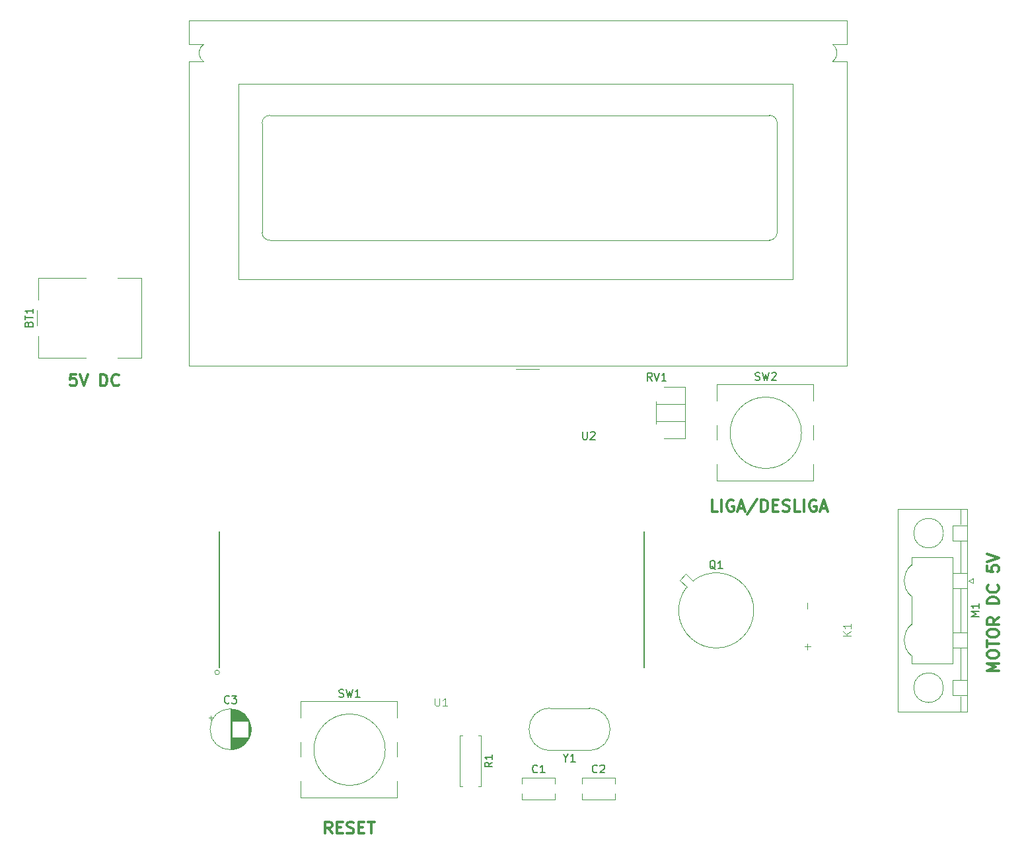
<source format=gbr>
%TF.GenerationSoftware,KiCad,Pcbnew,7.0.9-7.0.9~ubuntu22.04.1*%
%TF.CreationDate,2023-12-15T15:57:02-03:00*%
%TF.ProjectId,Controle_Motor_DC,436f6e74-726f-46c6-955f-4d6f746f725f,V01*%
%TF.SameCoordinates,Original*%
%TF.FileFunction,Legend,Top*%
%TF.FilePolarity,Positive*%
%FSLAX46Y46*%
G04 Gerber Fmt 4.6, Leading zero omitted, Abs format (unit mm)*
G04 Created by KiCad (PCBNEW 7.0.9-7.0.9~ubuntu22.04.1) date 2023-12-15 15:57:02*
%MOMM*%
%LPD*%
G01*
G04 APERTURE LIST*
%ADD10C,0.300000*%
%ADD11C,0.150000*%
%ADD12C,0.100000*%
%ADD13C,0.120000*%
%ADD14C,0.200000*%
G04 APERTURE END LIST*
D10*
X77976796Y-78920428D02*
X77262510Y-78920428D01*
X77262510Y-78920428D02*
X77191082Y-79634714D01*
X77191082Y-79634714D02*
X77262510Y-79563285D01*
X77262510Y-79563285D02*
X77405368Y-79491857D01*
X77405368Y-79491857D02*
X77762510Y-79491857D01*
X77762510Y-79491857D02*
X77905368Y-79563285D01*
X77905368Y-79563285D02*
X77976796Y-79634714D01*
X77976796Y-79634714D02*
X78048225Y-79777571D01*
X78048225Y-79777571D02*
X78048225Y-80134714D01*
X78048225Y-80134714D02*
X77976796Y-80277571D01*
X77976796Y-80277571D02*
X77905368Y-80349000D01*
X77905368Y-80349000D02*
X77762510Y-80420428D01*
X77762510Y-80420428D02*
X77405368Y-80420428D01*
X77405368Y-80420428D02*
X77262510Y-80349000D01*
X77262510Y-80349000D02*
X77191082Y-80277571D01*
X78476796Y-78920428D02*
X78976796Y-80420428D01*
X78976796Y-80420428D02*
X79476796Y-78920428D01*
X81119652Y-80420428D02*
X81119652Y-78920428D01*
X81119652Y-78920428D02*
X81476795Y-78920428D01*
X81476795Y-78920428D02*
X81691081Y-78991857D01*
X81691081Y-78991857D02*
X81833938Y-79134714D01*
X81833938Y-79134714D02*
X81905367Y-79277571D01*
X81905367Y-79277571D02*
X81976795Y-79563285D01*
X81976795Y-79563285D02*
X81976795Y-79777571D01*
X81976795Y-79777571D02*
X81905367Y-80063285D01*
X81905367Y-80063285D02*
X81833938Y-80206142D01*
X81833938Y-80206142D02*
X81691081Y-80349000D01*
X81691081Y-80349000D02*
X81476795Y-80420428D01*
X81476795Y-80420428D02*
X81119652Y-80420428D01*
X83476795Y-80277571D02*
X83405367Y-80349000D01*
X83405367Y-80349000D02*
X83191081Y-80420428D01*
X83191081Y-80420428D02*
X83048224Y-80420428D01*
X83048224Y-80420428D02*
X82833938Y-80349000D01*
X82833938Y-80349000D02*
X82691081Y-80206142D01*
X82691081Y-80206142D02*
X82619652Y-80063285D01*
X82619652Y-80063285D02*
X82548224Y-79777571D01*
X82548224Y-79777571D02*
X82548224Y-79563285D01*
X82548224Y-79563285D02*
X82619652Y-79277571D01*
X82619652Y-79277571D02*
X82691081Y-79134714D01*
X82691081Y-79134714D02*
X82833938Y-78991857D01*
X82833938Y-78991857D02*
X83048224Y-78920428D01*
X83048224Y-78920428D02*
X83191081Y-78920428D01*
X83191081Y-78920428D02*
X83405367Y-78991857D01*
X83405367Y-78991857D02*
X83476795Y-79063285D01*
X196244428Y-116996689D02*
X194744428Y-116996689D01*
X194744428Y-116996689D02*
X195815857Y-116496689D01*
X195815857Y-116496689D02*
X194744428Y-115996689D01*
X194744428Y-115996689D02*
X196244428Y-115996689D01*
X194744428Y-114996688D02*
X194744428Y-114710974D01*
X194744428Y-114710974D02*
X194815857Y-114568117D01*
X194815857Y-114568117D02*
X194958714Y-114425260D01*
X194958714Y-114425260D02*
X195244428Y-114353831D01*
X195244428Y-114353831D02*
X195744428Y-114353831D01*
X195744428Y-114353831D02*
X196030142Y-114425260D01*
X196030142Y-114425260D02*
X196173000Y-114568117D01*
X196173000Y-114568117D02*
X196244428Y-114710974D01*
X196244428Y-114710974D02*
X196244428Y-114996688D01*
X196244428Y-114996688D02*
X196173000Y-115139546D01*
X196173000Y-115139546D02*
X196030142Y-115282403D01*
X196030142Y-115282403D02*
X195744428Y-115353831D01*
X195744428Y-115353831D02*
X195244428Y-115353831D01*
X195244428Y-115353831D02*
X194958714Y-115282403D01*
X194958714Y-115282403D02*
X194815857Y-115139546D01*
X194815857Y-115139546D02*
X194744428Y-114996688D01*
X194744428Y-113925259D02*
X194744428Y-113068117D01*
X196244428Y-113496688D02*
X194744428Y-113496688D01*
X194744428Y-112282402D02*
X194744428Y-111996688D01*
X194744428Y-111996688D02*
X194815857Y-111853831D01*
X194815857Y-111853831D02*
X194958714Y-111710974D01*
X194958714Y-111710974D02*
X195244428Y-111639545D01*
X195244428Y-111639545D02*
X195744428Y-111639545D01*
X195744428Y-111639545D02*
X196030142Y-111710974D01*
X196030142Y-111710974D02*
X196173000Y-111853831D01*
X196173000Y-111853831D02*
X196244428Y-111996688D01*
X196244428Y-111996688D02*
X196244428Y-112282402D01*
X196244428Y-112282402D02*
X196173000Y-112425260D01*
X196173000Y-112425260D02*
X196030142Y-112568117D01*
X196030142Y-112568117D02*
X195744428Y-112639545D01*
X195744428Y-112639545D02*
X195244428Y-112639545D01*
X195244428Y-112639545D02*
X194958714Y-112568117D01*
X194958714Y-112568117D02*
X194815857Y-112425260D01*
X194815857Y-112425260D02*
X194744428Y-112282402D01*
X196244428Y-110139545D02*
X195530142Y-110639545D01*
X196244428Y-110996688D02*
X194744428Y-110996688D01*
X194744428Y-110996688D02*
X194744428Y-110425259D01*
X194744428Y-110425259D02*
X194815857Y-110282402D01*
X194815857Y-110282402D02*
X194887285Y-110210973D01*
X194887285Y-110210973D02*
X195030142Y-110139545D01*
X195030142Y-110139545D02*
X195244428Y-110139545D01*
X195244428Y-110139545D02*
X195387285Y-110210973D01*
X195387285Y-110210973D02*
X195458714Y-110282402D01*
X195458714Y-110282402D02*
X195530142Y-110425259D01*
X195530142Y-110425259D02*
X195530142Y-110996688D01*
X196244428Y-108353831D02*
X194744428Y-108353831D01*
X194744428Y-108353831D02*
X194744428Y-107996688D01*
X194744428Y-107996688D02*
X194815857Y-107782402D01*
X194815857Y-107782402D02*
X194958714Y-107639545D01*
X194958714Y-107639545D02*
X195101571Y-107568116D01*
X195101571Y-107568116D02*
X195387285Y-107496688D01*
X195387285Y-107496688D02*
X195601571Y-107496688D01*
X195601571Y-107496688D02*
X195887285Y-107568116D01*
X195887285Y-107568116D02*
X196030142Y-107639545D01*
X196030142Y-107639545D02*
X196173000Y-107782402D01*
X196173000Y-107782402D02*
X196244428Y-107996688D01*
X196244428Y-107996688D02*
X196244428Y-108353831D01*
X196101571Y-105996688D02*
X196173000Y-106068116D01*
X196173000Y-106068116D02*
X196244428Y-106282402D01*
X196244428Y-106282402D02*
X196244428Y-106425259D01*
X196244428Y-106425259D02*
X196173000Y-106639545D01*
X196173000Y-106639545D02*
X196030142Y-106782402D01*
X196030142Y-106782402D02*
X195887285Y-106853831D01*
X195887285Y-106853831D02*
X195601571Y-106925259D01*
X195601571Y-106925259D02*
X195387285Y-106925259D01*
X195387285Y-106925259D02*
X195101571Y-106853831D01*
X195101571Y-106853831D02*
X194958714Y-106782402D01*
X194958714Y-106782402D02*
X194815857Y-106639545D01*
X194815857Y-106639545D02*
X194744428Y-106425259D01*
X194744428Y-106425259D02*
X194744428Y-106282402D01*
X194744428Y-106282402D02*
X194815857Y-106068116D01*
X194815857Y-106068116D02*
X194887285Y-105996688D01*
X194744428Y-103496688D02*
X194744428Y-104210974D01*
X194744428Y-104210974D02*
X195458714Y-104282402D01*
X195458714Y-104282402D02*
X195387285Y-104210974D01*
X195387285Y-104210974D02*
X195315857Y-104068117D01*
X195315857Y-104068117D02*
X195315857Y-103710974D01*
X195315857Y-103710974D02*
X195387285Y-103568117D01*
X195387285Y-103568117D02*
X195458714Y-103496688D01*
X195458714Y-103496688D02*
X195601571Y-103425259D01*
X195601571Y-103425259D02*
X195958714Y-103425259D01*
X195958714Y-103425259D02*
X196101571Y-103496688D01*
X196101571Y-103496688D02*
X196173000Y-103568117D01*
X196173000Y-103568117D02*
X196244428Y-103710974D01*
X196244428Y-103710974D02*
X196244428Y-104068117D01*
X196244428Y-104068117D02*
X196173000Y-104210974D01*
X196173000Y-104210974D02*
X196101571Y-104282402D01*
X194744428Y-102996688D02*
X196244428Y-102496688D01*
X196244428Y-102496688D02*
X194744428Y-101996688D01*
X110784053Y-137824428D02*
X110284053Y-137110142D01*
X109926910Y-137824428D02*
X109926910Y-136324428D01*
X109926910Y-136324428D02*
X110498339Y-136324428D01*
X110498339Y-136324428D02*
X110641196Y-136395857D01*
X110641196Y-136395857D02*
X110712625Y-136467285D01*
X110712625Y-136467285D02*
X110784053Y-136610142D01*
X110784053Y-136610142D02*
X110784053Y-136824428D01*
X110784053Y-136824428D02*
X110712625Y-136967285D01*
X110712625Y-136967285D02*
X110641196Y-137038714D01*
X110641196Y-137038714D02*
X110498339Y-137110142D01*
X110498339Y-137110142D02*
X109926910Y-137110142D01*
X111426910Y-137038714D02*
X111926910Y-137038714D01*
X112141196Y-137824428D02*
X111426910Y-137824428D01*
X111426910Y-137824428D02*
X111426910Y-136324428D01*
X111426910Y-136324428D02*
X112141196Y-136324428D01*
X112712625Y-137753000D02*
X112926911Y-137824428D01*
X112926911Y-137824428D02*
X113284053Y-137824428D01*
X113284053Y-137824428D02*
X113426911Y-137753000D01*
X113426911Y-137753000D02*
X113498339Y-137681571D01*
X113498339Y-137681571D02*
X113569768Y-137538714D01*
X113569768Y-137538714D02*
X113569768Y-137395857D01*
X113569768Y-137395857D02*
X113498339Y-137253000D01*
X113498339Y-137253000D02*
X113426911Y-137181571D01*
X113426911Y-137181571D02*
X113284053Y-137110142D01*
X113284053Y-137110142D02*
X112998339Y-137038714D01*
X112998339Y-137038714D02*
X112855482Y-136967285D01*
X112855482Y-136967285D02*
X112784053Y-136895857D01*
X112784053Y-136895857D02*
X112712625Y-136753000D01*
X112712625Y-136753000D02*
X112712625Y-136610142D01*
X112712625Y-136610142D02*
X112784053Y-136467285D01*
X112784053Y-136467285D02*
X112855482Y-136395857D01*
X112855482Y-136395857D02*
X112998339Y-136324428D01*
X112998339Y-136324428D02*
X113355482Y-136324428D01*
X113355482Y-136324428D02*
X113569768Y-136395857D01*
X114212624Y-137038714D02*
X114712624Y-137038714D01*
X114926910Y-137824428D02*
X114212624Y-137824428D01*
X114212624Y-137824428D02*
X114212624Y-136324428D01*
X114212624Y-136324428D02*
X114926910Y-136324428D01*
X115355482Y-136324428D02*
X116212625Y-136324428D01*
X115784053Y-137824428D02*
X115784053Y-136324428D01*
X160221996Y-96524028D02*
X159507710Y-96524028D01*
X159507710Y-96524028D02*
X159507710Y-95024028D01*
X160721996Y-96524028D02*
X160721996Y-95024028D01*
X162221997Y-95095457D02*
X162079140Y-95024028D01*
X162079140Y-95024028D02*
X161864854Y-95024028D01*
X161864854Y-95024028D02*
X161650568Y-95095457D01*
X161650568Y-95095457D02*
X161507711Y-95238314D01*
X161507711Y-95238314D02*
X161436282Y-95381171D01*
X161436282Y-95381171D02*
X161364854Y-95666885D01*
X161364854Y-95666885D02*
X161364854Y-95881171D01*
X161364854Y-95881171D02*
X161436282Y-96166885D01*
X161436282Y-96166885D02*
X161507711Y-96309742D01*
X161507711Y-96309742D02*
X161650568Y-96452600D01*
X161650568Y-96452600D02*
X161864854Y-96524028D01*
X161864854Y-96524028D02*
X162007711Y-96524028D01*
X162007711Y-96524028D02*
X162221997Y-96452600D01*
X162221997Y-96452600D02*
X162293425Y-96381171D01*
X162293425Y-96381171D02*
X162293425Y-95881171D01*
X162293425Y-95881171D02*
X162007711Y-95881171D01*
X162864854Y-96095457D02*
X163579140Y-96095457D01*
X162721997Y-96524028D02*
X163221997Y-95024028D01*
X163221997Y-95024028D02*
X163721997Y-96524028D01*
X165293425Y-94952600D02*
X164007711Y-96881171D01*
X165793425Y-96524028D02*
X165793425Y-95024028D01*
X165793425Y-95024028D02*
X166150568Y-95024028D01*
X166150568Y-95024028D02*
X166364854Y-95095457D01*
X166364854Y-95095457D02*
X166507711Y-95238314D01*
X166507711Y-95238314D02*
X166579140Y-95381171D01*
X166579140Y-95381171D02*
X166650568Y-95666885D01*
X166650568Y-95666885D02*
X166650568Y-95881171D01*
X166650568Y-95881171D02*
X166579140Y-96166885D01*
X166579140Y-96166885D02*
X166507711Y-96309742D01*
X166507711Y-96309742D02*
X166364854Y-96452600D01*
X166364854Y-96452600D02*
X166150568Y-96524028D01*
X166150568Y-96524028D02*
X165793425Y-96524028D01*
X167293425Y-95738314D02*
X167793425Y-95738314D01*
X168007711Y-96524028D02*
X167293425Y-96524028D01*
X167293425Y-96524028D02*
X167293425Y-95024028D01*
X167293425Y-95024028D02*
X168007711Y-95024028D01*
X168579140Y-96452600D02*
X168793426Y-96524028D01*
X168793426Y-96524028D02*
X169150568Y-96524028D01*
X169150568Y-96524028D02*
X169293426Y-96452600D01*
X169293426Y-96452600D02*
X169364854Y-96381171D01*
X169364854Y-96381171D02*
X169436283Y-96238314D01*
X169436283Y-96238314D02*
X169436283Y-96095457D01*
X169436283Y-96095457D02*
X169364854Y-95952600D01*
X169364854Y-95952600D02*
X169293426Y-95881171D01*
X169293426Y-95881171D02*
X169150568Y-95809742D01*
X169150568Y-95809742D02*
X168864854Y-95738314D01*
X168864854Y-95738314D02*
X168721997Y-95666885D01*
X168721997Y-95666885D02*
X168650568Y-95595457D01*
X168650568Y-95595457D02*
X168579140Y-95452600D01*
X168579140Y-95452600D02*
X168579140Y-95309742D01*
X168579140Y-95309742D02*
X168650568Y-95166885D01*
X168650568Y-95166885D02*
X168721997Y-95095457D01*
X168721997Y-95095457D02*
X168864854Y-95024028D01*
X168864854Y-95024028D02*
X169221997Y-95024028D01*
X169221997Y-95024028D02*
X169436283Y-95095457D01*
X170793425Y-96524028D02*
X170079139Y-96524028D01*
X170079139Y-96524028D02*
X170079139Y-95024028D01*
X171293425Y-96524028D02*
X171293425Y-95024028D01*
X172793426Y-95095457D02*
X172650569Y-95024028D01*
X172650569Y-95024028D02*
X172436283Y-95024028D01*
X172436283Y-95024028D02*
X172221997Y-95095457D01*
X172221997Y-95095457D02*
X172079140Y-95238314D01*
X172079140Y-95238314D02*
X172007711Y-95381171D01*
X172007711Y-95381171D02*
X171936283Y-95666885D01*
X171936283Y-95666885D02*
X171936283Y-95881171D01*
X171936283Y-95881171D02*
X172007711Y-96166885D01*
X172007711Y-96166885D02*
X172079140Y-96309742D01*
X172079140Y-96309742D02*
X172221997Y-96452600D01*
X172221997Y-96452600D02*
X172436283Y-96524028D01*
X172436283Y-96524028D02*
X172579140Y-96524028D01*
X172579140Y-96524028D02*
X172793426Y-96452600D01*
X172793426Y-96452600D02*
X172864854Y-96381171D01*
X172864854Y-96381171D02*
X172864854Y-95881171D01*
X172864854Y-95881171D02*
X172579140Y-95881171D01*
X173436283Y-96095457D02*
X174150569Y-96095457D01*
X173293426Y-96524028D02*
X173793426Y-95024028D01*
X173793426Y-95024028D02*
X174293426Y-96524028D01*
D11*
X142928095Y-86302319D02*
X142928095Y-87111842D01*
X142928095Y-87111842D02*
X142975714Y-87207080D01*
X142975714Y-87207080D02*
X143023333Y-87254700D01*
X143023333Y-87254700D02*
X143118571Y-87302319D01*
X143118571Y-87302319D02*
X143309047Y-87302319D01*
X143309047Y-87302319D02*
X143404285Y-87254700D01*
X143404285Y-87254700D02*
X143451904Y-87207080D01*
X143451904Y-87207080D02*
X143499523Y-87111842D01*
X143499523Y-87111842D02*
X143499523Y-86302319D01*
X143928095Y-86397557D02*
X143975714Y-86349938D01*
X143975714Y-86349938D02*
X144070952Y-86302319D01*
X144070952Y-86302319D02*
X144309047Y-86302319D01*
X144309047Y-86302319D02*
X144404285Y-86349938D01*
X144404285Y-86349938D02*
X144451904Y-86397557D01*
X144451904Y-86397557D02*
X144499523Y-86492795D01*
X144499523Y-86492795D02*
X144499523Y-86588033D01*
X144499523Y-86588033D02*
X144451904Y-86730890D01*
X144451904Y-86730890D02*
X143880476Y-87302319D01*
X143880476Y-87302319D02*
X144499523Y-87302319D01*
X137107333Y-129939580D02*
X137059714Y-129987200D01*
X137059714Y-129987200D02*
X136916857Y-130034819D01*
X136916857Y-130034819D02*
X136821619Y-130034819D01*
X136821619Y-130034819D02*
X136678762Y-129987200D01*
X136678762Y-129987200D02*
X136583524Y-129891961D01*
X136583524Y-129891961D02*
X136535905Y-129796723D01*
X136535905Y-129796723D02*
X136488286Y-129606247D01*
X136488286Y-129606247D02*
X136488286Y-129463390D01*
X136488286Y-129463390D02*
X136535905Y-129272914D01*
X136535905Y-129272914D02*
X136583524Y-129177676D01*
X136583524Y-129177676D02*
X136678762Y-129082438D01*
X136678762Y-129082438D02*
X136821619Y-129034819D01*
X136821619Y-129034819D02*
X136916857Y-129034819D01*
X136916857Y-129034819D02*
X137059714Y-129082438D01*
X137059714Y-129082438D02*
X137107333Y-129130057D01*
X138059714Y-130034819D02*
X137488286Y-130034819D01*
X137774000Y-130034819D02*
X137774000Y-129034819D01*
X137774000Y-129034819D02*
X137678762Y-129177676D01*
X137678762Y-129177676D02*
X137583524Y-129272914D01*
X137583524Y-129272914D02*
X137488286Y-129320533D01*
X151804761Y-79754819D02*
X151471428Y-79278628D01*
X151233333Y-79754819D02*
X151233333Y-78754819D01*
X151233333Y-78754819D02*
X151614285Y-78754819D01*
X151614285Y-78754819D02*
X151709523Y-78802438D01*
X151709523Y-78802438D02*
X151757142Y-78850057D01*
X151757142Y-78850057D02*
X151804761Y-78945295D01*
X151804761Y-78945295D02*
X151804761Y-79088152D01*
X151804761Y-79088152D02*
X151757142Y-79183390D01*
X151757142Y-79183390D02*
X151709523Y-79231009D01*
X151709523Y-79231009D02*
X151614285Y-79278628D01*
X151614285Y-79278628D02*
X151233333Y-79278628D01*
X152090476Y-78754819D02*
X152423809Y-79754819D01*
X152423809Y-79754819D02*
X152757142Y-78754819D01*
X153614285Y-79754819D02*
X153042857Y-79754819D01*
X153328571Y-79754819D02*
X153328571Y-78754819D01*
X153328571Y-78754819D02*
X153233333Y-78897676D01*
X153233333Y-78897676D02*
X153138095Y-78992914D01*
X153138095Y-78992914D02*
X153042857Y-79040533D01*
X97603333Y-121069580D02*
X97555714Y-121117200D01*
X97555714Y-121117200D02*
X97412857Y-121164819D01*
X97412857Y-121164819D02*
X97317619Y-121164819D01*
X97317619Y-121164819D02*
X97174762Y-121117200D01*
X97174762Y-121117200D02*
X97079524Y-121021961D01*
X97079524Y-121021961D02*
X97031905Y-120926723D01*
X97031905Y-120926723D02*
X96984286Y-120736247D01*
X96984286Y-120736247D02*
X96984286Y-120593390D01*
X96984286Y-120593390D02*
X97031905Y-120402914D01*
X97031905Y-120402914D02*
X97079524Y-120307676D01*
X97079524Y-120307676D02*
X97174762Y-120212438D01*
X97174762Y-120212438D02*
X97317619Y-120164819D01*
X97317619Y-120164819D02*
X97412857Y-120164819D01*
X97412857Y-120164819D02*
X97555714Y-120212438D01*
X97555714Y-120212438D02*
X97603333Y-120260057D01*
X97936667Y-120164819D02*
X98555714Y-120164819D01*
X98555714Y-120164819D02*
X98222381Y-120545771D01*
X98222381Y-120545771D02*
X98365238Y-120545771D01*
X98365238Y-120545771D02*
X98460476Y-120593390D01*
X98460476Y-120593390D02*
X98508095Y-120641009D01*
X98508095Y-120641009D02*
X98555714Y-120736247D01*
X98555714Y-120736247D02*
X98555714Y-120974342D01*
X98555714Y-120974342D02*
X98508095Y-121069580D01*
X98508095Y-121069580D02*
X98460476Y-121117200D01*
X98460476Y-121117200D02*
X98365238Y-121164819D01*
X98365238Y-121164819D02*
X98079524Y-121164819D01*
X98079524Y-121164819D02*
X97984286Y-121117200D01*
X97984286Y-121117200D02*
X97936667Y-121069580D01*
X111696667Y-120287200D02*
X111839524Y-120334819D01*
X111839524Y-120334819D02*
X112077619Y-120334819D01*
X112077619Y-120334819D02*
X112172857Y-120287200D01*
X112172857Y-120287200D02*
X112220476Y-120239580D01*
X112220476Y-120239580D02*
X112268095Y-120144342D01*
X112268095Y-120144342D02*
X112268095Y-120049104D01*
X112268095Y-120049104D02*
X112220476Y-119953866D01*
X112220476Y-119953866D02*
X112172857Y-119906247D01*
X112172857Y-119906247D02*
X112077619Y-119858628D01*
X112077619Y-119858628D02*
X111887143Y-119811009D01*
X111887143Y-119811009D02*
X111791905Y-119763390D01*
X111791905Y-119763390D02*
X111744286Y-119715771D01*
X111744286Y-119715771D02*
X111696667Y-119620533D01*
X111696667Y-119620533D02*
X111696667Y-119525295D01*
X111696667Y-119525295D02*
X111744286Y-119430057D01*
X111744286Y-119430057D02*
X111791905Y-119382438D01*
X111791905Y-119382438D02*
X111887143Y-119334819D01*
X111887143Y-119334819D02*
X112125238Y-119334819D01*
X112125238Y-119334819D02*
X112268095Y-119382438D01*
X112601429Y-119334819D02*
X112839524Y-120334819D01*
X112839524Y-120334819D02*
X113030000Y-119620533D01*
X113030000Y-119620533D02*
X113220476Y-120334819D01*
X113220476Y-120334819D02*
X113458572Y-119334819D01*
X114363333Y-120334819D02*
X113791905Y-120334819D01*
X114077619Y-120334819D02*
X114077619Y-119334819D01*
X114077619Y-119334819D02*
X113982381Y-119477676D01*
X113982381Y-119477676D02*
X113887143Y-119572914D01*
X113887143Y-119572914D02*
X113791905Y-119620533D01*
D12*
X177277419Y-112458094D02*
X176277419Y-112458094D01*
X177277419Y-111886666D02*
X176705990Y-112315237D01*
X176277419Y-111886666D02*
X176848847Y-112458094D01*
X177277419Y-110934285D02*
X177277419Y-111505713D01*
X177277419Y-111219999D02*
X176277419Y-111219999D01*
X176277419Y-111219999D02*
X176420276Y-111315237D01*
X176420276Y-111315237D02*
X176515514Y-111410475D01*
X176515514Y-111410475D02*
X176563133Y-111505713D01*
X171661466Y-109006115D02*
X171661466Y-108244211D01*
X171721466Y-114236115D02*
X171721466Y-113474211D01*
X172102419Y-113855163D02*
X171340514Y-113855163D01*
D11*
X165036667Y-79647200D02*
X165179524Y-79694819D01*
X165179524Y-79694819D02*
X165417619Y-79694819D01*
X165417619Y-79694819D02*
X165512857Y-79647200D01*
X165512857Y-79647200D02*
X165560476Y-79599580D01*
X165560476Y-79599580D02*
X165608095Y-79504342D01*
X165608095Y-79504342D02*
X165608095Y-79409104D01*
X165608095Y-79409104D02*
X165560476Y-79313866D01*
X165560476Y-79313866D02*
X165512857Y-79266247D01*
X165512857Y-79266247D02*
X165417619Y-79218628D01*
X165417619Y-79218628D02*
X165227143Y-79171009D01*
X165227143Y-79171009D02*
X165131905Y-79123390D01*
X165131905Y-79123390D02*
X165084286Y-79075771D01*
X165084286Y-79075771D02*
X165036667Y-78980533D01*
X165036667Y-78980533D02*
X165036667Y-78885295D01*
X165036667Y-78885295D02*
X165084286Y-78790057D01*
X165084286Y-78790057D02*
X165131905Y-78742438D01*
X165131905Y-78742438D02*
X165227143Y-78694819D01*
X165227143Y-78694819D02*
X165465238Y-78694819D01*
X165465238Y-78694819D02*
X165608095Y-78742438D01*
X165941429Y-78694819D02*
X166179524Y-79694819D01*
X166179524Y-79694819D02*
X166370000Y-78980533D01*
X166370000Y-78980533D02*
X166560476Y-79694819D01*
X166560476Y-79694819D02*
X166798572Y-78694819D01*
X167131905Y-78790057D02*
X167179524Y-78742438D01*
X167179524Y-78742438D02*
X167274762Y-78694819D01*
X167274762Y-78694819D02*
X167512857Y-78694819D01*
X167512857Y-78694819D02*
X167608095Y-78742438D01*
X167608095Y-78742438D02*
X167655714Y-78790057D01*
X167655714Y-78790057D02*
X167703333Y-78885295D01*
X167703333Y-78885295D02*
X167703333Y-78980533D01*
X167703333Y-78980533D02*
X167655714Y-79123390D01*
X167655714Y-79123390D02*
X167084286Y-79694819D01*
X167084286Y-79694819D02*
X167703333Y-79694819D01*
D12*
X123978095Y-120487419D02*
X123978095Y-121296942D01*
X123978095Y-121296942D02*
X124025714Y-121392180D01*
X124025714Y-121392180D02*
X124073333Y-121439800D01*
X124073333Y-121439800D02*
X124168571Y-121487419D01*
X124168571Y-121487419D02*
X124359047Y-121487419D01*
X124359047Y-121487419D02*
X124454285Y-121439800D01*
X124454285Y-121439800D02*
X124501904Y-121392180D01*
X124501904Y-121392180D02*
X124549523Y-121296942D01*
X124549523Y-121296942D02*
X124549523Y-120487419D01*
X125549523Y-121487419D02*
X124978095Y-121487419D01*
X125263809Y-121487419D02*
X125263809Y-120487419D01*
X125263809Y-120487419D02*
X125168571Y-120630276D01*
X125168571Y-120630276D02*
X125073333Y-120725514D01*
X125073333Y-120725514D02*
X124978095Y-120773133D01*
D11*
X140747809Y-128138628D02*
X140747809Y-128614819D01*
X140414476Y-127614819D02*
X140747809Y-128138628D01*
X140747809Y-128138628D02*
X141081142Y-127614819D01*
X141938285Y-128614819D02*
X141366857Y-128614819D01*
X141652571Y-128614819D02*
X141652571Y-127614819D01*
X141652571Y-127614819D02*
X141557333Y-127757676D01*
X141557333Y-127757676D02*
X141462095Y-127852914D01*
X141462095Y-127852914D02*
X141366857Y-127900533D01*
X159924761Y-103950057D02*
X159829523Y-103902438D01*
X159829523Y-103902438D02*
X159734285Y-103807200D01*
X159734285Y-103807200D02*
X159591428Y-103664342D01*
X159591428Y-103664342D02*
X159496190Y-103616723D01*
X159496190Y-103616723D02*
X159400952Y-103616723D01*
X159448571Y-103854819D02*
X159353333Y-103807200D01*
X159353333Y-103807200D02*
X159258095Y-103711961D01*
X159258095Y-103711961D02*
X159210476Y-103521485D01*
X159210476Y-103521485D02*
X159210476Y-103188152D01*
X159210476Y-103188152D02*
X159258095Y-102997676D01*
X159258095Y-102997676D02*
X159353333Y-102902438D01*
X159353333Y-102902438D02*
X159448571Y-102854819D01*
X159448571Y-102854819D02*
X159639047Y-102854819D01*
X159639047Y-102854819D02*
X159734285Y-102902438D01*
X159734285Y-102902438D02*
X159829523Y-102997676D01*
X159829523Y-102997676D02*
X159877142Y-103188152D01*
X159877142Y-103188152D02*
X159877142Y-103521485D01*
X159877142Y-103521485D02*
X159829523Y-103711961D01*
X159829523Y-103711961D02*
X159734285Y-103807200D01*
X159734285Y-103807200D02*
X159639047Y-103854819D01*
X159639047Y-103854819D02*
X159448571Y-103854819D01*
X160829523Y-103854819D02*
X160258095Y-103854819D01*
X160543809Y-103854819D02*
X160543809Y-102854819D01*
X160543809Y-102854819D02*
X160448571Y-102997676D01*
X160448571Y-102997676D02*
X160353333Y-103092914D01*
X160353333Y-103092914D02*
X160258095Y-103140533D01*
X131348819Y-128690666D02*
X130872628Y-129023999D01*
X131348819Y-129262094D02*
X130348819Y-129262094D01*
X130348819Y-129262094D02*
X130348819Y-128881142D01*
X130348819Y-128881142D02*
X130396438Y-128785904D01*
X130396438Y-128785904D02*
X130444057Y-128738285D01*
X130444057Y-128738285D02*
X130539295Y-128690666D01*
X130539295Y-128690666D02*
X130682152Y-128690666D01*
X130682152Y-128690666D02*
X130777390Y-128738285D01*
X130777390Y-128738285D02*
X130825009Y-128785904D01*
X130825009Y-128785904D02*
X130872628Y-128881142D01*
X130872628Y-128881142D02*
X130872628Y-129262094D01*
X131348819Y-127738285D02*
X131348819Y-128309713D01*
X131348819Y-128023999D02*
X130348819Y-128023999D01*
X130348819Y-128023999D02*
X130491676Y-128119237D01*
X130491676Y-128119237D02*
X130586914Y-128214475D01*
X130586914Y-128214475D02*
X130634533Y-128309713D01*
X71911009Y-72485714D02*
X71958628Y-72342857D01*
X71958628Y-72342857D02*
X72006247Y-72295238D01*
X72006247Y-72295238D02*
X72101485Y-72247619D01*
X72101485Y-72247619D02*
X72244342Y-72247619D01*
X72244342Y-72247619D02*
X72339580Y-72295238D01*
X72339580Y-72295238D02*
X72387200Y-72342857D01*
X72387200Y-72342857D02*
X72434819Y-72438095D01*
X72434819Y-72438095D02*
X72434819Y-72819047D01*
X72434819Y-72819047D02*
X71434819Y-72819047D01*
X71434819Y-72819047D02*
X71434819Y-72485714D01*
X71434819Y-72485714D02*
X71482438Y-72390476D01*
X71482438Y-72390476D02*
X71530057Y-72342857D01*
X71530057Y-72342857D02*
X71625295Y-72295238D01*
X71625295Y-72295238D02*
X71720533Y-72295238D01*
X71720533Y-72295238D02*
X71815771Y-72342857D01*
X71815771Y-72342857D02*
X71863390Y-72390476D01*
X71863390Y-72390476D02*
X71911009Y-72485714D01*
X71911009Y-72485714D02*
X71911009Y-72819047D01*
X71434819Y-71961904D02*
X71434819Y-71390476D01*
X72434819Y-71676190D02*
X71434819Y-71676190D01*
X72434819Y-70533333D02*
X72434819Y-71104761D01*
X72434819Y-70819047D02*
X71434819Y-70819047D01*
X71434819Y-70819047D02*
X71577676Y-70914285D01*
X71577676Y-70914285D02*
X71672914Y-71009523D01*
X71672914Y-71009523D02*
X71720533Y-71104761D01*
X144767333Y-129939580D02*
X144719714Y-129987200D01*
X144719714Y-129987200D02*
X144576857Y-130034819D01*
X144576857Y-130034819D02*
X144481619Y-130034819D01*
X144481619Y-130034819D02*
X144338762Y-129987200D01*
X144338762Y-129987200D02*
X144243524Y-129891961D01*
X144243524Y-129891961D02*
X144195905Y-129796723D01*
X144195905Y-129796723D02*
X144148286Y-129606247D01*
X144148286Y-129606247D02*
X144148286Y-129463390D01*
X144148286Y-129463390D02*
X144195905Y-129272914D01*
X144195905Y-129272914D02*
X144243524Y-129177676D01*
X144243524Y-129177676D02*
X144338762Y-129082438D01*
X144338762Y-129082438D02*
X144481619Y-129034819D01*
X144481619Y-129034819D02*
X144576857Y-129034819D01*
X144576857Y-129034819D02*
X144719714Y-129082438D01*
X144719714Y-129082438D02*
X144767333Y-129130057D01*
X145148286Y-129130057D02*
X145195905Y-129082438D01*
X145195905Y-129082438D02*
X145291143Y-129034819D01*
X145291143Y-129034819D02*
X145529238Y-129034819D01*
X145529238Y-129034819D02*
X145624476Y-129082438D01*
X145624476Y-129082438D02*
X145672095Y-129130057D01*
X145672095Y-129130057D02*
X145719714Y-129225295D01*
X145719714Y-129225295D02*
X145719714Y-129320533D01*
X145719714Y-129320533D02*
X145672095Y-129463390D01*
X145672095Y-129463390D02*
X145100667Y-130034819D01*
X145100667Y-130034819D02*
X145719714Y-130034819D01*
X193692319Y-110029523D02*
X192692319Y-110029523D01*
X192692319Y-110029523D02*
X193406604Y-109696190D01*
X193406604Y-109696190D02*
X192692319Y-109362857D01*
X192692319Y-109362857D02*
X193692319Y-109362857D01*
X193692319Y-108362857D02*
X193692319Y-108934285D01*
X193692319Y-108648571D02*
X192692319Y-108648571D01*
X192692319Y-108648571D02*
X192835176Y-108743809D01*
X192835176Y-108743809D02*
X192930414Y-108839047D01*
X192930414Y-108839047D02*
X192978033Y-108934285D01*
D13*
%TO.C,U2*%
X176760000Y-77877500D02*
X92480000Y-77877500D01*
X176760000Y-38847500D02*
X176760000Y-77877500D01*
X176760000Y-38847500D02*
X174940000Y-38847500D01*
X176760000Y-36627500D02*
X174940000Y-36627500D01*
X176760000Y-33597500D02*
X176760000Y-36627500D01*
X169840000Y-66737500D02*
X98840000Y-66737500D01*
X169840000Y-41737500D02*
X169840000Y-66737500D01*
X167840000Y-46737500D02*
X167840000Y-60737500D01*
X166840000Y-61737500D02*
X102840000Y-61737500D01*
X137340000Y-78237500D02*
X134340000Y-78237500D01*
X102840000Y-45737500D02*
X166840000Y-45737500D01*
X101810000Y-60737500D02*
X101810000Y-46737500D01*
X98840000Y-66737500D02*
X98840000Y-41737500D01*
X98840000Y-41737500D02*
X169840000Y-41737500D01*
X94340000Y-36627500D02*
X92480000Y-36627500D01*
X92480000Y-77877500D02*
X92480000Y-38847500D01*
X92480000Y-38847500D02*
X94340000Y-38847500D01*
X92480000Y-36627500D02*
X92480000Y-33597500D01*
X92480000Y-33597500D02*
X176760000Y-33597500D01*
X174940000Y-38847500D02*
G75*
G03*
X175230000Y-36917500I-820000J1110000D01*
G01*
X175230000Y-38557500D02*
G75*
G03*
X174940000Y-36627500I-1110000J820000D01*
G01*
X166844640Y-61733260D02*
G75*
G03*
X167842860Y-60735040I0J998220D01*
G01*
X167835400Y-46714560D02*
G75*
G03*
X166834640Y-45713800I-1000761J-1D01*
G01*
X101806040Y-60745040D02*
G75*
G03*
X102804260Y-61743260I998260J40D01*
G01*
X102814260Y-45733800D02*
G75*
G03*
X101813500Y-46734560I40J-1000800D01*
G01*
X94000001Y-36967500D02*
G75*
G03*
X94340000Y-38847499I1109999J-770000D01*
G01*
X94330000Y-36617501D02*
G75*
G03*
X94000001Y-38527500I790000J-1119999D01*
G01*
%TO.C,C1*%
X135154000Y-130710000D02*
X135154000Y-131415000D01*
X135154000Y-130710000D02*
X139394000Y-130710000D01*
X135154000Y-132745000D02*
X135154000Y-133450000D01*
X135154000Y-133450000D02*
X139394000Y-133450000D01*
X139394000Y-130710000D02*
X139394000Y-131415000D01*
X139394000Y-132745000D02*
X139394000Y-133450000D01*
%TO.C,RV1*%
X152279000Y-82426000D02*
X152279000Y-85295000D01*
X152279000Y-82740000D02*
X152279000Y-84980000D01*
X152279000Y-82740000D02*
X156020000Y-82740000D01*
X152279000Y-84980000D02*
X156020000Y-84980000D01*
X153325000Y-80590000D02*
X156020000Y-80590000D01*
X153325000Y-87130000D02*
X156020000Y-87130000D01*
X156020000Y-80590000D02*
X156020000Y-87130000D01*
X156020000Y-82740000D02*
X156020000Y-84980000D01*
%TO.C,C3*%
X94965225Y-122985000D02*
X95465225Y-122985000D01*
X95215225Y-122735000D02*
X95215225Y-123235000D01*
X97770000Y-121880000D02*
X97770000Y-127040000D01*
X97810000Y-121880000D02*
X97810000Y-127040000D01*
X97850000Y-121881000D02*
X97850000Y-127039000D01*
X97890000Y-121882000D02*
X97890000Y-127038000D01*
X97930000Y-121884000D02*
X97930000Y-127036000D01*
X97970000Y-121887000D02*
X97970000Y-127033000D01*
X98010000Y-121891000D02*
X98010000Y-123420000D01*
X98010000Y-125500000D02*
X98010000Y-127029000D01*
X98050000Y-121895000D02*
X98050000Y-123420000D01*
X98050000Y-125500000D02*
X98050000Y-127025000D01*
X98090000Y-121899000D02*
X98090000Y-123420000D01*
X98090000Y-125500000D02*
X98090000Y-127021000D01*
X98130000Y-121904000D02*
X98130000Y-123420000D01*
X98130000Y-125500000D02*
X98130000Y-127016000D01*
X98170000Y-121910000D02*
X98170000Y-123420000D01*
X98170000Y-125500000D02*
X98170000Y-127010000D01*
X98210000Y-121917000D02*
X98210000Y-123420000D01*
X98210000Y-125500000D02*
X98210000Y-127003000D01*
X98250000Y-121924000D02*
X98250000Y-123420000D01*
X98250000Y-125500000D02*
X98250000Y-126996000D01*
X98290000Y-121932000D02*
X98290000Y-123420000D01*
X98290000Y-125500000D02*
X98290000Y-126988000D01*
X98330000Y-121940000D02*
X98330000Y-123420000D01*
X98330000Y-125500000D02*
X98330000Y-126980000D01*
X98370000Y-121949000D02*
X98370000Y-123420000D01*
X98370000Y-125500000D02*
X98370000Y-126971000D01*
X98410000Y-121959000D02*
X98410000Y-123420000D01*
X98410000Y-125500000D02*
X98410000Y-126961000D01*
X98450000Y-121969000D02*
X98450000Y-123420000D01*
X98450000Y-125500000D02*
X98450000Y-126951000D01*
X98491000Y-121980000D02*
X98491000Y-123420000D01*
X98491000Y-125500000D02*
X98491000Y-126940000D01*
X98531000Y-121992000D02*
X98531000Y-123420000D01*
X98531000Y-125500000D02*
X98531000Y-126928000D01*
X98571000Y-122005000D02*
X98571000Y-123420000D01*
X98571000Y-125500000D02*
X98571000Y-126915000D01*
X98611000Y-122018000D02*
X98611000Y-123420000D01*
X98611000Y-125500000D02*
X98611000Y-126902000D01*
X98651000Y-122032000D02*
X98651000Y-123420000D01*
X98651000Y-125500000D02*
X98651000Y-126888000D01*
X98691000Y-122046000D02*
X98691000Y-123420000D01*
X98691000Y-125500000D02*
X98691000Y-126874000D01*
X98731000Y-122062000D02*
X98731000Y-123420000D01*
X98731000Y-125500000D02*
X98731000Y-126858000D01*
X98771000Y-122078000D02*
X98771000Y-123420000D01*
X98771000Y-125500000D02*
X98771000Y-126842000D01*
X98811000Y-122095000D02*
X98811000Y-123420000D01*
X98811000Y-125500000D02*
X98811000Y-126825000D01*
X98851000Y-122112000D02*
X98851000Y-123420000D01*
X98851000Y-125500000D02*
X98851000Y-126808000D01*
X98891000Y-122131000D02*
X98891000Y-123420000D01*
X98891000Y-125500000D02*
X98891000Y-126789000D01*
X98931000Y-122150000D02*
X98931000Y-123420000D01*
X98931000Y-125500000D02*
X98931000Y-126770000D01*
X98971000Y-122170000D02*
X98971000Y-123420000D01*
X98971000Y-125500000D02*
X98971000Y-126750000D01*
X99011000Y-122192000D02*
X99011000Y-123420000D01*
X99011000Y-125500000D02*
X99011000Y-126728000D01*
X99051000Y-122213000D02*
X99051000Y-123420000D01*
X99051000Y-125500000D02*
X99051000Y-126707000D01*
X99091000Y-122236000D02*
X99091000Y-123420000D01*
X99091000Y-125500000D02*
X99091000Y-126684000D01*
X99131000Y-122260000D02*
X99131000Y-123420000D01*
X99131000Y-125500000D02*
X99131000Y-126660000D01*
X99171000Y-122285000D02*
X99171000Y-123420000D01*
X99171000Y-125500000D02*
X99171000Y-126635000D01*
X99211000Y-122311000D02*
X99211000Y-123420000D01*
X99211000Y-125500000D02*
X99211000Y-126609000D01*
X99251000Y-122338000D02*
X99251000Y-123420000D01*
X99251000Y-125500000D02*
X99251000Y-126582000D01*
X99291000Y-122365000D02*
X99291000Y-123420000D01*
X99291000Y-125500000D02*
X99291000Y-126555000D01*
X99331000Y-122395000D02*
X99331000Y-123420000D01*
X99331000Y-125500000D02*
X99331000Y-126525000D01*
X99371000Y-122425000D02*
X99371000Y-123420000D01*
X99371000Y-125500000D02*
X99371000Y-126495000D01*
X99411000Y-122456000D02*
X99411000Y-123420000D01*
X99411000Y-125500000D02*
X99411000Y-126464000D01*
X99451000Y-122489000D02*
X99451000Y-123420000D01*
X99451000Y-125500000D02*
X99451000Y-126431000D01*
X99491000Y-122523000D02*
X99491000Y-123420000D01*
X99491000Y-125500000D02*
X99491000Y-126397000D01*
X99531000Y-122559000D02*
X99531000Y-123420000D01*
X99531000Y-125500000D02*
X99531000Y-126361000D01*
X99571000Y-122596000D02*
X99571000Y-123420000D01*
X99571000Y-125500000D02*
X99571000Y-126324000D01*
X99611000Y-122634000D02*
X99611000Y-123420000D01*
X99611000Y-125500000D02*
X99611000Y-126286000D01*
X99651000Y-122675000D02*
X99651000Y-123420000D01*
X99651000Y-125500000D02*
X99651000Y-126245000D01*
X99691000Y-122717000D02*
X99691000Y-123420000D01*
X99691000Y-125500000D02*
X99691000Y-126203000D01*
X99731000Y-122761000D02*
X99731000Y-123420000D01*
X99731000Y-125500000D02*
X99731000Y-126159000D01*
X99771000Y-122807000D02*
X99771000Y-123420000D01*
X99771000Y-125500000D02*
X99771000Y-126113000D01*
X99811000Y-122855000D02*
X99811000Y-123420000D01*
X99811000Y-125500000D02*
X99811000Y-126065000D01*
X99851000Y-122906000D02*
X99851000Y-123420000D01*
X99851000Y-125500000D02*
X99851000Y-126014000D01*
X99891000Y-122960000D02*
X99891000Y-123420000D01*
X99891000Y-125500000D02*
X99891000Y-125960000D01*
X99931000Y-123017000D02*
X99931000Y-123420000D01*
X99931000Y-125500000D02*
X99931000Y-125903000D01*
X99971000Y-123077000D02*
X99971000Y-123420000D01*
X99971000Y-125500000D02*
X99971000Y-125843000D01*
X100011000Y-123141000D02*
X100011000Y-123420000D01*
X100011000Y-125500000D02*
X100011000Y-125779000D01*
X100051000Y-123209000D02*
X100051000Y-123420000D01*
X100051000Y-125500000D02*
X100051000Y-125711000D01*
X100091000Y-123282000D02*
X100091000Y-125638000D01*
X100131000Y-123362000D02*
X100131000Y-125558000D01*
X100171000Y-123449000D02*
X100171000Y-125471000D01*
X100211000Y-123545000D02*
X100211000Y-125375000D01*
X100251000Y-123655000D02*
X100251000Y-125265000D01*
X100291000Y-123783000D02*
X100291000Y-125137000D01*
X100331000Y-123942000D02*
X100331000Y-124978000D01*
X100371000Y-124176000D02*
X100371000Y-124744000D01*
X100390000Y-124460000D02*
G75*
G03*
X100390000Y-124460000I-2620000J0D01*
G01*
%TO.C,SW1*%
X106780000Y-120890000D02*
X119080000Y-120890000D01*
X106780000Y-123010000D02*
X106780000Y-120890000D01*
X106780000Y-128010000D02*
X106780000Y-126070000D01*
X106780000Y-133190000D02*
X106780000Y-131070000D01*
X119080000Y-120890000D02*
X119080000Y-123010000D01*
X119080000Y-126070000D02*
X119080000Y-128010000D01*
X119080000Y-131070000D02*
X119080000Y-133190000D01*
X119080000Y-133190000D02*
X106780000Y-133190000D01*
X117609050Y-127080000D02*
G75*
G03*
X117609050Y-127080000I-4579050J0D01*
G01*
%TO.C,SW2*%
X160120000Y-80250000D02*
X172420000Y-80250000D01*
X160120000Y-82370000D02*
X160120000Y-80250000D01*
X160120000Y-87370000D02*
X160120000Y-85430000D01*
X160120000Y-92550000D02*
X160120000Y-90430000D01*
X172420000Y-80250000D02*
X172420000Y-82370000D01*
X172420000Y-85430000D02*
X172420000Y-87370000D01*
X172420000Y-90430000D02*
X172420000Y-92550000D01*
X172420000Y-92550000D02*
X160120000Y-92550000D01*
X170949050Y-86440000D02*
G75*
G03*
X170949050Y-86440000I-4579050J0D01*
G01*
D14*
%TO.C,U1*%
X96370000Y-116560000D02*
X96360000Y-99060000D01*
X150785000Y-116560000D02*
X150775000Y-99060000D01*
D12*
X96360000Y-117160000D02*
G75*
G03*
X96360000Y-117160000I-300000J0D01*
G01*
D13*
%TO.C,Y1*%
X143724000Y-127160000D02*
X138724000Y-127160000D01*
X143724000Y-121760000D02*
X138724000Y-121760000D01*
X143724000Y-127160000D02*
G75*
G03*
X143724000Y-121760000I0J2700000D01*
G01*
X138724000Y-121760000D02*
G75*
G03*
X138724000Y-127160000I0J-2700000D01*
G01*
%TO.C,Q1*%
X155354144Y-105331961D02*
X156245098Y-106222916D01*
X156131961Y-104554144D02*
X155354144Y-105331961D01*
X157022916Y-105445098D02*
X156131961Y-104554144D01*
X156245327Y-106222629D02*
G75*
G03*
X157022916Y-105445099I3774673J-2997371D01*
G01*
%TO.C,R1*%
X129894000Y-125254000D02*
X129894000Y-131794000D01*
X129564000Y-125254000D02*
X129894000Y-125254000D01*
X127484000Y-125254000D02*
X127154000Y-125254000D01*
X127154000Y-125254000D02*
X127154000Y-131794000D01*
X129894000Y-131794000D02*
X129564000Y-131794000D01*
X127154000Y-131794000D02*
X127484000Y-131794000D01*
%TO.C,BT1*%
X73170000Y-76810000D02*
X73170000Y-74000000D01*
X79230000Y-76810000D02*
X73170000Y-76810000D01*
X86390000Y-76810000D02*
X83330000Y-76810000D01*
X72980000Y-72700000D02*
X72980000Y-70700000D01*
X73170000Y-69400000D02*
X73170000Y-66590000D01*
X73170000Y-66590000D02*
X79230000Y-66590000D01*
X83330000Y-66590000D02*
X86390000Y-66590000D01*
X86390000Y-66590000D02*
X86390000Y-76810000D01*
%TO.C,C2*%
X142814000Y-130710000D02*
X142814000Y-131415000D01*
X142814000Y-130710000D02*
X147054000Y-130710000D01*
X142814000Y-132745000D02*
X142814000Y-133450000D01*
X142814000Y-133450000D02*
X147054000Y-133450000D01*
X147054000Y-130710000D02*
X147054000Y-131415000D01*
X147054000Y-132745000D02*
X147054000Y-133450000D01*
%TO.C,M1*%
X192147500Y-96200000D02*
X183327500Y-96200000D01*
X191337500Y-96200000D02*
X191337500Y-98200000D01*
X183327500Y-96200000D02*
X183327500Y-122240000D01*
X192147500Y-98310000D02*
X192147500Y-100310000D01*
X190337500Y-98310000D02*
X192147500Y-98310000D01*
X192147500Y-100310000D02*
X190337500Y-100310000D01*
X191337500Y-100310000D02*
X191337500Y-104410000D01*
X190337500Y-100310000D02*
X190337500Y-98310000D01*
X190337500Y-102400000D02*
X190337500Y-116040000D01*
X185037500Y-102400000D02*
X190337500Y-102400000D01*
X185037500Y-103410000D02*
X185037500Y-102400000D01*
X192147500Y-104410000D02*
X192147500Y-106410000D01*
X190337500Y-104410000D02*
X192147500Y-104410000D01*
X192947500Y-105110000D02*
X192947500Y-105710000D01*
X192347500Y-105410000D02*
X192947500Y-105110000D01*
X192947500Y-105710000D02*
X192347500Y-105410000D01*
X192147500Y-106410000D02*
X190337500Y-106410000D01*
X191337500Y-106410000D02*
X191337500Y-112030000D01*
X190337500Y-106410000D02*
X190337500Y-104410000D01*
X185037500Y-107410000D02*
X185037500Y-111030000D01*
X192147500Y-112030000D02*
X192147500Y-114030000D01*
X190337500Y-112030000D02*
X192147500Y-112030000D01*
X192147500Y-114030000D02*
X190337500Y-114030000D01*
X191337500Y-114030000D02*
X191337500Y-118130000D01*
X190337500Y-114030000D02*
X190337500Y-112030000D01*
X190337500Y-116040000D02*
X185037500Y-116040000D01*
X185037500Y-116040000D02*
X185037500Y-115030000D01*
X192147500Y-118130000D02*
X192147500Y-120130000D01*
X190337500Y-118130000D02*
X192147500Y-118130000D01*
X192147500Y-120130000D02*
X190337500Y-120130000D01*
X190337500Y-120130000D02*
X190337500Y-118130000D01*
X192147500Y-122240000D02*
X192147500Y-96200000D01*
X191337500Y-122240000D02*
X191337500Y-120240000D01*
X183327500Y-122240000D02*
X192147500Y-122240000D01*
X185037500Y-103410000D02*
G75*
G03*
X185021679Y-107396842I1650000J-2000000D01*
G01*
X185037500Y-111030000D02*
G75*
G03*
X185021679Y-115016842I1650000J-2000000D01*
G01*
X189137500Y-99310000D02*
G75*
G03*
X189137500Y-99310000I-1900000J0D01*
G01*
X189137500Y-119130000D02*
G75*
G03*
X189137500Y-119130000I-1900000J0D01*
G01*
%TD*%
M02*

</source>
